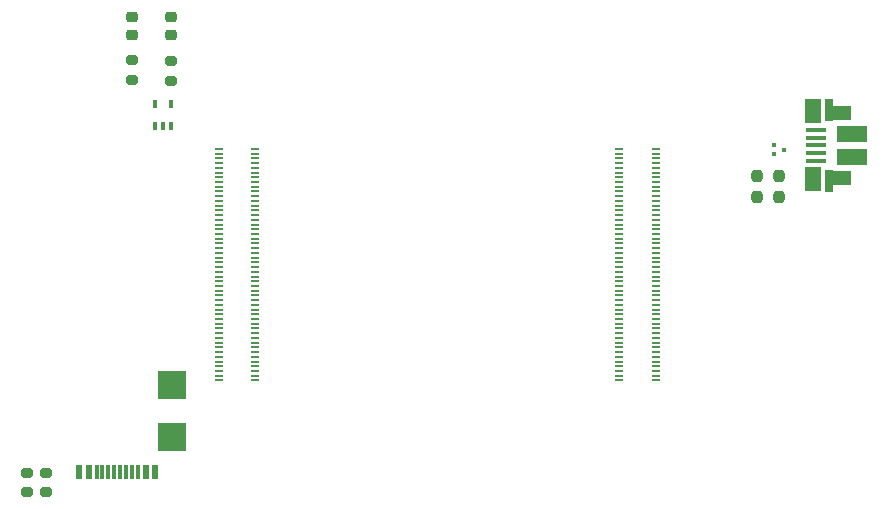
<source format=gbr>
%TF.GenerationSoftware,KiCad,Pcbnew,7.0.7*%
%TF.CreationDate,2024-02-26T19:43:43+01:00*%
%TF.ProjectId,rpi_cm4_bb,7270695f-636d-4345-9f62-622e6b696361,rev?*%
%TF.SameCoordinates,Original*%
%TF.FileFunction,Paste,Top*%
%TF.FilePolarity,Positive*%
%FSLAX46Y46*%
G04 Gerber Fmt 4.6, Leading zero omitted, Abs format (unit mm)*
G04 Created by KiCad (PCBNEW 7.0.7) date 2024-02-26 19:43:43*
%MOMM*%
%LPD*%
G01*
G04 APERTURE LIST*
G04 Aperture macros list*
%AMRoundRect*
0 Rectangle with rounded corners*
0 $1 Rounding radius*
0 $2 $3 $4 $5 $6 $7 $8 $9 X,Y pos of 4 corners*
0 Add a 4 corners polygon primitive as box body*
4,1,4,$2,$3,$4,$5,$6,$7,$8,$9,$2,$3,0*
0 Add four circle primitives for the rounded corners*
1,1,$1+$1,$2,$3*
1,1,$1+$1,$4,$5*
1,1,$1+$1,$6,$7*
1,1,$1+$1,$8,$9*
0 Add four rect primitives between the rounded corners*
20,1,$1+$1,$2,$3,$4,$5,0*
20,1,$1+$1,$4,$5,$6,$7,0*
20,1,$1+$1,$6,$7,$8,$9,0*
20,1,$1+$1,$8,$9,$2,$3,0*%
G04 Aperture macros list end*
%ADD10R,2.400000X2.400000*%
%ADD11R,1.750000X0.400000*%
%ADD12R,0.700000X1.825000*%
%ADD13R,1.400000X2.000000*%
%ADD14R,2.000000X1.300000*%
%ADD15R,2.500000X1.425000*%
%ADD16R,0.400000X0.650000*%
%ADD17RoundRect,0.218750X0.256250X-0.218750X0.256250X0.218750X-0.256250X0.218750X-0.256250X-0.218750X0*%
%ADD18RoundRect,0.200000X-0.275000X0.200000X-0.275000X-0.200000X0.275000X-0.200000X0.275000X0.200000X0*%
%ADD19R,0.600000X1.150000*%
%ADD20R,0.300000X1.150000*%
%ADD21R,0.300000X0.300000*%
%ADD22RoundRect,0.200000X0.275000X-0.200000X0.275000X0.200000X-0.275000X0.200000X-0.275000X-0.200000X0*%
%ADD23RoundRect,0.237500X0.237500X-0.250000X0.237500X0.250000X-0.237500X0.250000X-0.237500X-0.250000X0*%
%ADD24RoundRect,0.237500X-0.237500X0.250000X-0.237500X-0.250000X0.237500X-0.250000X0.237500X0.250000X0*%
%ADD25R,0.700000X0.200000*%
G04 APERTURE END LIST*
D10*
%TO.C,TZ1*%
X102423874Y-121518874D03*
X102423874Y-125918874D03*
%TD*%
D11*
%TO.C,J2*%
X156954874Y-102542374D03*
X156954874Y-101892374D03*
X156954874Y-101242374D03*
X156954874Y-100592374D03*
X156954874Y-99942374D03*
D12*
X158074874Y-104229874D03*
D13*
X156714874Y-104092374D03*
D14*
X158844874Y-103967374D03*
D15*
X160024874Y-102204874D03*
X160024874Y-100279874D03*
D14*
X158844874Y-98517374D03*
D13*
X156714874Y-98342374D03*
D12*
X158074874Y-98254874D03*
%TD*%
D16*
%TO.C,U1*%
X100994874Y-99624874D03*
X101644874Y-99624874D03*
X102294874Y-99624874D03*
X102294874Y-97724874D03*
X100994874Y-97724874D03*
%TD*%
D17*
%TO.C,D1*%
X98994874Y-91933874D03*
X98994874Y-90358874D03*
%TD*%
D18*
%TO.C,R4*%
X102296874Y-94105874D03*
X102296874Y-95755874D03*
%TD*%
D19*
%TO.C,J1*%
X94573674Y-128885474D03*
X95373674Y-128885474D03*
D20*
X96523674Y-128885474D03*
X97523674Y-128885474D03*
X98023674Y-128885474D03*
X99023674Y-128885474D03*
D19*
X100973674Y-128885474D03*
X100173674Y-128885474D03*
D20*
X99523674Y-128885474D03*
X98523674Y-128885474D03*
X97023674Y-128885474D03*
X96023674Y-128885474D03*
%TD*%
D21*
%TO.C,U2*%
X153394874Y-101254874D03*
X153394874Y-101954874D03*
X154244874Y-101604874D03*
%TD*%
D22*
%TO.C,R2*%
X90114874Y-130604874D03*
X90114874Y-128954874D03*
%TD*%
D23*
%TO.C,R6*%
X151938874Y-105648374D03*
X151938874Y-103823374D03*
%TD*%
D22*
%TO.C,R1*%
X91784874Y-130594874D03*
X91784874Y-128944874D03*
%TD*%
D18*
%TO.C,R3*%
X98994874Y-94042874D03*
X98994874Y-95692874D03*
%TD*%
D24*
%TO.C,R5*%
X153818874Y-103820874D03*
X153818874Y-105645874D03*
%TD*%
D17*
%TO.C,D2*%
X102296874Y-91933874D03*
X102296874Y-90358874D03*
%TD*%
D25*
%TO.C,U3*%
X106350000Y-101550000D03*
X109430000Y-101550000D03*
X106350000Y-101950000D03*
X109430000Y-101950000D03*
X106350000Y-102350000D03*
X109430000Y-102350000D03*
X106350000Y-102750000D03*
X109430000Y-102750000D03*
X106350000Y-103150000D03*
X109430000Y-103150000D03*
X106350000Y-103550000D03*
X109430000Y-103550000D03*
X106350000Y-103950000D03*
X109430000Y-103950000D03*
X106350000Y-104350000D03*
X109430000Y-104350000D03*
X106350000Y-104750000D03*
X109430000Y-104750000D03*
X106350000Y-105150000D03*
X109430000Y-105150000D03*
X106350000Y-105550000D03*
X109430000Y-105550000D03*
X106350000Y-105950000D03*
X109430000Y-105950000D03*
X106350000Y-106350000D03*
X109430000Y-106350000D03*
X106350000Y-106750000D03*
X109430000Y-106750000D03*
X106350000Y-107150000D03*
X109430000Y-107150000D03*
X106350000Y-107550000D03*
X109430000Y-107550000D03*
X106350000Y-107950000D03*
X109430000Y-107950000D03*
X106350000Y-108350000D03*
X109430000Y-108350000D03*
X106350000Y-108750000D03*
X109430000Y-108750000D03*
X106350000Y-109150000D03*
X109430000Y-109150000D03*
X106350000Y-109550000D03*
X109430000Y-109550000D03*
X106350000Y-109950000D03*
X109430000Y-109950000D03*
X106350000Y-110350000D03*
X109430000Y-110350000D03*
X106350000Y-110750000D03*
X109430000Y-110750000D03*
X106350000Y-111150000D03*
X109430000Y-111150000D03*
X106350000Y-111550000D03*
X109430000Y-111550000D03*
X106350000Y-111950000D03*
X109430000Y-111950000D03*
X106350000Y-112350000D03*
X109430000Y-112350000D03*
X106350000Y-112750000D03*
X109430000Y-112750000D03*
X106350000Y-113150000D03*
X109430000Y-113150000D03*
X106350000Y-113550000D03*
X109430000Y-113550000D03*
X106350000Y-113950000D03*
X109430000Y-113950000D03*
X106350000Y-114350000D03*
X109430000Y-114350000D03*
X106350000Y-114750000D03*
X109430000Y-114750000D03*
X106350000Y-115150000D03*
X109430000Y-115150000D03*
X106350000Y-115550000D03*
X109430000Y-115550000D03*
X106350000Y-115950000D03*
X109430000Y-115950000D03*
X106350000Y-116350000D03*
X109430000Y-116350000D03*
X106350000Y-116750000D03*
X109430000Y-116750000D03*
X106350000Y-117150000D03*
X109430000Y-117150000D03*
X106350000Y-117550000D03*
X109430000Y-117550000D03*
X106350000Y-117950000D03*
X109430000Y-117950000D03*
X106350000Y-118350000D03*
X109430000Y-118350000D03*
X106350000Y-118750000D03*
X109430000Y-118750000D03*
X106350000Y-119150000D03*
X109430000Y-119150000D03*
X106350000Y-119550000D03*
X109430000Y-119550000D03*
X106350000Y-119950000D03*
X109430000Y-119950000D03*
X106350000Y-120350000D03*
X109430000Y-120350000D03*
X106350000Y-120750000D03*
X109430000Y-120750000D03*
X106350000Y-121150000D03*
X109430000Y-121150000D03*
X140270000Y-101550000D03*
X143350000Y-101550000D03*
X140270000Y-101950000D03*
X143350000Y-101950000D03*
X140270000Y-102350000D03*
X143350000Y-102350000D03*
X140270000Y-102750000D03*
X143350000Y-102750000D03*
X140270000Y-103150000D03*
X143350000Y-103150000D03*
X140270000Y-103550000D03*
X143350000Y-103550000D03*
X140270000Y-103950000D03*
X143350000Y-103950000D03*
X140270000Y-104350000D03*
X143350000Y-104350000D03*
X140270000Y-104750000D03*
X143350000Y-104750000D03*
X140270000Y-105150000D03*
X143350000Y-105150000D03*
X140270000Y-105550000D03*
X143350000Y-105550000D03*
X140270000Y-105950000D03*
X143350000Y-105950000D03*
X140270000Y-106350000D03*
X143350000Y-106350000D03*
X140270000Y-106750000D03*
X143350000Y-106750000D03*
X140270000Y-107150000D03*
X143350000Y-107150000D03*
X140270000Y-107550000D03*
X143350000Y-107550000D03*
X140270000Y-107950000D03*
X143350000Y-107950000D03*
X140270000Y-108350000D03*
X143350000Y-108350000D03*
X140270000Y-108750000D03*
X143350000Y-108750000D03*
X140270000Y-109150000D03*
X143350000Y-109150000D03*
X140270000Y-109550000D03*
X143350000Y-109550000D03*
X140270000Y-109950000D03*
X143350000Y-109950000D03*
X140270000Y-110350000D03*
X143350000Y-110350000D03*
X140270000Y-110750000D03*
X143350000Y-110750000D03*
X140270000Y-111150000D03*
X143350000Y-111150000D03*
X140270000Y-111550000D03*
X143350000Y-111550000D03*
X140270000Y-111950000D03*
X143350000Y-111950000D03*
X140270000Y-112350000D03*
X143350000Y-112350000D03*
X140270000Y-112750000D03*
X143350000Y-112750000D03*
X140270000Y-113150000D03*
X143350000Y-113150000D03*
X140270000Y-113550000D03*
X143350000Y-113550000D03*
X140270000Y-113950000D03*
X143350000Y-113950000D03*
X140270000Y-114350000D03*
X143350000Y-114350000D03*
X140270000Y-114750000D03*
X143350000Y-114750000D03*
X140270000Y-115150000D03*
X143350000Y-115150000D03*
X140270000Y-115550000D03*
X143350000Y-115550000D03*
X140270000Y-115950000D03*
X143350000Y-115950000D03*
X140270000Y-116350000D03*
X143350000Y-116350000D03*
X140270000Y-116750000D03*
X143350000Y-116750000D03*
X140270000Y-117150000D03*
X143350000Y-117150000D03*
X140270000Y-117550000D03*
X143350000Y-117550000D03*
X140270000Y-117950000D03*
X143350000Y-117950000D03*
X140270000Y-118350000D03*
X143350000Y-118350000D03*
X140270000Y-118750000D03*
X143350000Y-118750000D03*
X140270000Y-119150000D03*
X143350000Y-119150000D03*
X140270000Y-119550000D03*
X143350000Y-119550000D03*
X140270000Y-119950000D03*
X143350000Y-119950000D03*
X140270000Y-120350000D03*
X143350000Y-120350000D03*
X140270000Y-120750000D03*
X143350000Y-120750000D03*
X140270000Y-121150000D03*
X143350000Y-121150000D03*
%TD*%
M02*

</source>
